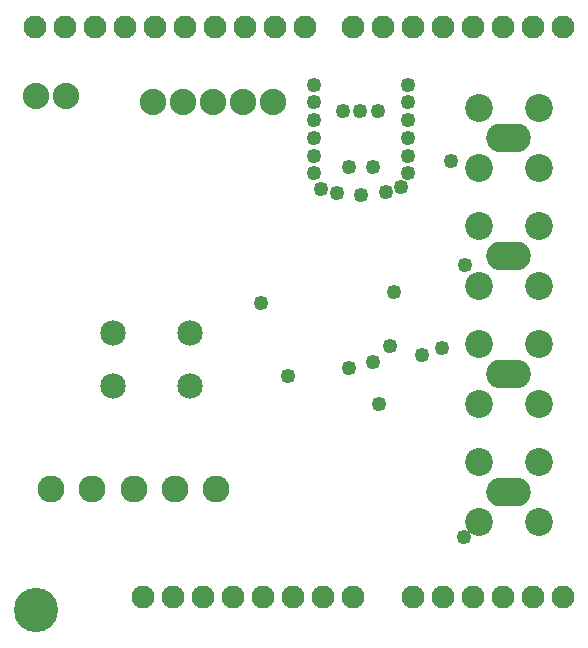
<source format=gbs>
G04 MADE WITH FRITZING*
G04 WWW.FRITZING.ORG*
G04 DOUBLE SIDED*
G04 HOLES PLATED*
G04 CONTOUR ON CENTER OF CONTOUR VECTOR*
%ASAXBY*%
%FSLAX23Y23*%
%MOIN*%
%OFA0B0*%
%SFA1.0B1.0*%
%ADD10C,0.049370*%
%ADD11C,0.090000*%
%ADD12C,0.088000*%
%ADD13C,0.085000*%
%ADD14C,0.092677*%
%ADD15C,0.093071*%
%ADD16C,0.076194*%
%ADD17C,0.076222*%
%ADD18C,0.147795*%
%ADD19C,0.030000*%
%ADD20R,0.001000X0.001000*%
%LNMASK0*%
G90*
G70*
G54D10*
X1134Y891D03*
X1134Y1560D03*
X1212Y910D03*
X1212Y1560D03*
X1330Y1658D03*
X1016Y1599D03*
X1330Y1776D03*
X1016Y1776D03*
X1015Y1835D03*
X1330Y1835D03*
X1039Y1489D03*
X1228Y1749D03*
X1016Y1717D03*
X1169Y1749D03*
X1330Y1540D03*
X1330Y1599D03*
X1016Y1540D03*
X1330Y1717D03*
X1016Y1658D03*
X1114Y1749D03*
X1173Y1469D03*
X1307Y1493D03*
X1256Y1477D03*
X1094Y1473D03*
G54D11*
X140Y487D03*
X277Y487D03*
X415Y487D03*
X553Y487D03*
X691Y487D03*
G54D12*
X90Y1796D03*
X190Y1796D03*
G54D10*
X1268Y965D03*
X1376Y935D03*
X1443Y957D03*
X1282Y1143D03*
X1474Y1581D03*
X1521Y1233D03*
X1516Y329D03*
X838Y1107D03*
X929Y865D03*
X1232Y772D03*
G54D12*
X878Y1776D03*
X778Y1776D03*
X678Y1776D03*
X578Y1776D03*
X478Y1776D03*
G54D13*
X602Y831D03*
X346Y831D03*
X602Y1008D03*
X346Y1008D03*
G54D14*
X1565Y577D03*
G54D15*
X1664Y478D03*
X1565Y377D03*
X1565Y577D03*
X1765Y377D03*
X1765Y577D03*
G54D14*
X1565Y970D03*
G54D15*
X1664Y871D03*
X1565Y771D03*
X1565Y971D03*
X1765Y771D03*
X1765Y971D03*
G54D14*
X1565Y1758D03*
G54D15*
X1664Y1659D03*
X1565Y1558D03*
X1565Y1758D03*
X1765Y1558D03*
X1765Y1758D03*
G54D16*
X1445Y129D03*
X1545Y129D03*
X1645Y129D03*
X1745Y129D03*
X1845Y129D03*
G54D17*
X985Y2029D03*
X885Y2029D03*
X785Y2029D03*
X685Y2029D03*
X585Y2029D03*
X485Y2029D03*
X385Y2029D03*
X285Y2029D03*
X185Y2029D03*
X85Y2029D03*
X1845Y2029D03*
X1745Y2029D03*
X1645Y2029D03*
X1545Y2029D03*
X1445Y2029D03*
X1345Y2029D03*
X1245Y2029D03*
X1145Y2029D03*
G54D16*
X545Y129D03*
X445Y129D03*
X645Y129D03*
X745Y129D03*
X845Y129D03*
X945Y129D03*
X1045Y129D03*
X1145Y129D03*
X1345Y129D03*
G54D14*
X1565Y1364D03*
G54D15*
X1664Y1265D03*
X1565Y1164D03*
X1565Y1364D03*
X1765Y1164D03*
X1765Y1364D03*
G54D18*
X90Y83D03*
G54D19*
G36*
X110Y517D02*
X170Y517D01*
X170Y457D01*
X110Y457D01*
X110Y517D01*
G37*
D02*
G54D20*
X1625Y1704D02*
X1704Y1704D01*
X1621Y1703D02*
X1708Y1703D01*
X1618Y1702D02*
X1711Y1702D01*
X1616Y1701D02*
X1713Y1701D01*
X1614Y1700D02*
X1715Y1700D01*
X1612Y1699D02*
X1717Y1699D01*
X1611Y1698D02*
X1718Y1698D01*
X1609Y1697D02*
X1720Y1697D01*
X1608Y1696D02*
X1721Y1696D01*
X1607Y1695D02*
X1722Y1695D01*
X1606Y1694D02*
X1723Y1694D01*
X1605Y1693D02*
X1724Y1693D01*
X1604Y1692D02*
X1725Y1692D01*
X1603Y1691D02*
X1726Y1691D01*
X1602Y1690D02*
X1727Y1690D01*
X1601Y1689D02*
X1727Y1689D01*
X1601Y1688D02*
X1728Y1688D01*
X1600Y1687D02*
X1729Y1687D01*
X1599Y1686D02*
X1730Y1686D01*
X1599Y1685D02*
X1730Y1685D01*
X1598Y1684D02*
X1731Y1684D01*
X1597Y1683D02*
X1731Y1683D01*
X1597Y1682D02*
X1732Y1682D01*
X1596Y1681D02*
X1732Y1681D01*
X1596Y1680D02*
X1733Y1680D01*
X1595Y1679D02*
X1733Y1679D01*
X1595Y1678D02*
X1660Y1678D01*
X1669Y1678D02*
X1734Y1678D01*
X1595Y1677D02*
X1657Y1677D01*
X1671Y1677D02*
X1734Y1677D01*
X1594Y1676D02*
X1656Y1676D01*
X1673Y1676D02*
X1735Y1676D01*
X1594Y1675D02*
X1654Y1675D01*
X1674Y1675D02*
X1735Y1675D01*
X1594Y1674D02*
X1653Y1674D01*
X1675Y1674D02*
X1735Y1674D01*
X1593Y1673D02*
X1652Y1673D01*
X1676Y1673D02*
X1736Y1673D01*
X1593Y1672D02*
X1652Y1672D01*
X1677Y1672D02*
X1736Y1672D01*
X1593Y1671D02*
X1651Y1671D01*
X1678Y1671D02*
X1736Y1671D01*
X1592Y1670D02*
X1650Y1670D01*
X1678Y1670D02*
X1736Y1670D01*
X1592Y1669D02*
X1650Y1669D01*
X1679Y1669D02*
X1737Y1669D01*
X1592Y1668D02*
X1650Y1668D01*
X1679Y1668D02*
X1737Y1668D01*
X1592Y1667D02*
X1649Y1667D01*
X1680Y1667D02*
X1737Y1667D01*
X1592Y1666D02*
X1649Y1666D01*
X1680Y1666D02*
X1737Y1666D01*
X1592Y1665D02*
X1649Y1665D01*
X1680Y1665D02*
X1737Y1665D01*
X1591Y1664D02*
X1648Y1664D01*
X1680Y1664D02*
X1737Y1664D01*
X1591Y1663D02*
X1648Y1663D01*
X1681Y1663D02*
X1738Y1663D01*
X1591Y1662D02*
X1648Y1662D01*
X1681Y1662D02*
X1738Y1662D01*
X1591Y1661D02*
X1648Y1661D01*
X1681Y1661D02*
X1738Y1661D01*
X1591Y1660D02*
X1648Y1660D01*
X1681Y1660D02*
X1738Y1660D01*
X1591Y1659D02*
X1648Y1659D01*
X1681Y1659D02*
X1738Y1659D01*
X1591Y1658D02*
X1648Y1658D01*
X1681Y1658D02*
X1738Y1658D01*
X1591Y1657D02*
X1648Y1657D01*
X1681Y1657D02*
X1738Y1657D01*
X1591Y1656D02*
X1648Y1656D01*
X1681Y1656D02*
X1738Y1656D01*
X1591Y1655D02*
X1648Y1655D01*
X1681Y1655D02*
X1738Y1655D01*
X1591Y1654D02*
X1648Y1654D01*
X1681Y1654D02*
X1738Y1654D01*
X1591Y1653D02*
X1648Y1653D01*
X1680Y1653D02*
X1737Y1653D01*
X1591Y1652D02*
X1649Y1652D01*
X1680Y1652D02*
X1737Y1652D01*
X1592Y1651D02*
X1649Y1651D01*
X1680Y1651D02*
X1737Y1651D01*
X1592Y1650D02*
X1649Y1650D01*
X1680Y1650D02*
X1737Y1650D01*
X1592Y1649D02*
X1649Y1649D01*
X1679Y1649D02*
X1737Y1649D01*
X1592Y1648D02*
X1650Y1648D01*
X1679Y1648D02*
X1737Y1648D01*
X1592Y1647D02*
X1650Y1647D01*
X1679Y1647D02*
X1736Y1647D01*
X1593Y1646D02*
X1651Y1646D01*
X1678Y1646D02*
X1736Y1646D01*
X1593Y1645D02*
X1651Y1645D01*
X1677Y1645D02*
X1736Y1645D01*
X1593Y1644D02*
X1652Y1644D01*
X1677Y1644D02*
X1736Y1644D01*
X1593Y1643D02*
X1653Y1643D01*
X1676Y1643D02*
X1735Y1643D01*
X1594Y1642D02*
X1654Y1642D01*
X1675Y1642D02*
X1735Y1642D01*
X1594Y1641D02*
X1655Y1641D01*
X1674Y1641D02*
X1735Y1641D01*
X1594Y1640D02*
X1657Y1640D01*
X1672Y1640D02*
X1734Y1640D01*
X1595Y1639D02*
X1659Y1639D01*
X1670Y1639D02*
X1734Y1639D01*
X1595Y1638D02*
X1734Y1638D01*
X1596Y1637D02*
X1733Y1637D01*
X1596Y1636D02*
X1733Y1636D01*
X1597Y1635D02*
X1732Y1635D01*
X1597Y1634D02*
X1732Y1634D01*
X1598Y1633D02*
X1731Y1633D01*
X1598Y1632D02*
X1730Y1632D01*
X1599Y1631D02*
X1730Y1631D01*
X1600Y1630D02*
X1729Y1630D01*
X1600Y1629D02*
X1728Y1629D01*
X1601Y1628D02*
X1728Y1628D01*
X1602Y1627D02*
X1727Y1627D01*
X1603Y1626D02*
X1726Y1626D01*
X1604Y1625D02*
X1725Y1625D01*
X1604Y1624D02*
X1724Y1624D01*
X1605Y1623D02*
X1723Y1623D01*
X1607Y1622D02*
X1722Y1622D01*
X1608Y1621D02*
X1721Y1621D01*
X1609Y1620D02*
X1720Y1620D01*
X1610Y1619D02*
X1719Y1619D01*
X1612Y1618D02*
X1717Y1618D01*
X1613Y1617D02*
X1716Y1617D01*
X1615Y1616D02*
X1714Y1616D01*
X1617Y1615D02*
X1712Y1615D01*
X1619Y1614D02*
X1710Y1614D01*
X1622Y1613D02*
X1706Y1613D01*
X1630Y1612D02*
X1699Y1612D01*
X1623Y1310D02*
X1706Y1310D01*
X1619Y1309D02*
X1709Y1309D01*
X1617Y1308D02*
X1712Y1308D01*
X1615Y1307D02*
X1714Y1307D01*
X1613Y1306D02*
X1716Y1306D01*
X1612Y1305D02*
X1717Y1305D01*
X1610Y1304D02*
X1719Y1304D01*
X1609Y1303D02*
X1720Y1303D01*
X1608Y1302D02*
X1721Y1302D01*
X1607Y1301D02*
X1722Y1301D01*
X1605Y1300D02*
X1723Y1300D01*
X1605Y1299D02*
X1724Y1299D01*
X1604Y1298D02*
X1725Y1298D01*
X1603Y1297D02*
X1726Y1297D01*
X1602Y1296D02*
X1727Y1296D01*
X1601Y1295D02*
X1728Y1295D01*
X1600Y1294D02*
X1728Y1294D01*
X1600Y1293D02*
X1729Y1293D01*
X1599Y1292D02*
X1730Y1292D01*
X1598Y1291D02*
X1730Y1291D01*
X1598Y1290D02*
X1731Y1290D01*
X1597Y1289D02*
X1732Y1289D01*
X1597Y1288D02*
X1732Y1288D01*
X1596Y1287D02*
X1733Y1287D01*
X1596Y1286D02*
X1733Y1286D01*
X1595Y1285D02*
X1734Y1285D01*
X1595Y1284D02*
X1659Y1284D01*
X1670Y1284D02*
X1734Y1284D01*
X1594Y1283D02*
X1657Y1283D01*
X1672Y1283D02*
X1734Y1283D01*
X1594Y1282D02*
X1655Y1282D01*
X1674Y1282D02*
X1735Y1282D01*
X1594Y1281D02*
X1654Y1281D01*
X1675Y1281D02*
X1735Y1281D01*
X1593Y1280D02*
X1653Y1280D01*
X1676Y1280D02*
X1735Y1280D01*
X1593Y1279D02*
X1652Y1279D01*
X1677Y1279D02*
X1736Y1279D01*
X1593Y1278D02*
X1652Y1278D01*
X1677Y1278D02*
X1736Y1278D01*
X1593Y1277D02*
X1651Y1277D01*
X1678Y1277D02*
X1736Y1277D01*
X1592Y1276D02*
X1650Y1276D01*
X1679Y1276D02*
X1736Y1276D01*
X1592Y1275D02*
X1650Y1275D01*
X1679Y1275D02*
X1737Y1275D01*
X1592Y1274D02*
X1649Y1274D01*
X1679Y1274D02*
X1737Y1274D01*
X1592Y1273D02*
X1649Y1273D01*
X1680Y1273D02*
X1737Y1273D01*
X1592Y1272D02*
X1649Y1272D01*
X1680Y1272D02*
X1737Y1272D01*
X1591Y1271D02*
X1649Y1271D01*
X1680Y1271D02*
X1737Y1271D01*
X1591Y1270D02*
X1648Y1270D01*
X1680Y1270D02*
X1737Y1270D01*
X1591Y1269D02*
X1648Y1269D01*
X1681Y1269D02*
X1738Y1269D01*
X1591Y1268D02*
X1648Y1268D01*
X1681Y1268D02*
X1738Y1268D01*
X1591Y1267D02*
X1648Y1267D01*
X1681Y1267D02*
X1738Y1267D01*
X1591Y1266D02*
X1648Y1266D01*
X1681Y1266D02*
X1738Y1266D01*
X1591Y1265D02*
X1648Y1265D01*
X1681Y1265D02*
X1738Y1265D01*
X1591Y1264D02*
X1648Y1264D01*
X1681Y1264D02*
X1738Y1264D01*
X1591Y1263D02*
X1648Y1263D01*
X1681Y1263D02*
X1738Y1263D01*
X1591Y1262D02*
X1648Y1262D01*
X1681Y1262D02*
X1738Y1262D01*
X1591Y1261D02*
X1648Y1261D01*
X1681Y1261D02*
X1738Y1261D01*
X1591Y1260D02*
X1648Y1260D01*
X1681Y1260D02*
X1738Y1260D01*
X1591Y1259D02*
X1648Y1259D01*
X1680Y1259D02*
X1737Y1259D01*
X1592Y1258D02*
X1649Y1258D01*
X1680Y1258D02*
X1737Y1258D01*
X1592Y1257D02*
X1649Y1257D01*
X1680Y1257D02*
X1737Y1257D01*
X1592Y1256D02*
X1649Y1256D01*
X1680Y1256D02*
X1737Y1256D01*
X1592Y1255D02*
X1650Y1255D01*
X1679Y1255D02*
X1737Y1255D01*
X1592Y1254D02*
X1650Y1254D01*
X1679Y1254D02*
X1737Y1254D01*
X1592Y1253D02*
X1650Y1253D01*
X1678Y1253D02*
X1736Y1253D01*
X1593Y1252D02*
X1651Y1252D01*
X1678Y1252D02*
X1736Y1252D01*
X1593Y1251D02*
X1652Y1251D01*
X1677Y1251D02*
X1736Y1251D01*
X1593Y1250D02*
X1652Y1250D01*
X1676Y1250D02*
X1736Y1250D01*
X1594Y1249D02*
X1653Y1249D01*
X1675Y1249D02*
X1735Y1249D01*
X1594Y1248D02*
X1654Y1248D01*
X1674Y1248D02*
X1735Y1248D01*
X1594Y1247D02*
X1656Y1247D01*
X1673Y1247D02*
X1735Y1247D01*
X1595Y1246D02*
X1657Y1246D01*
X1672Y1246D02*
X1734Y1246D01*
X1595Y1245D02*
X1660Y1245D01*
X1669Y1245D02*
X1734Y1245D01*
X1595Y1244D02*
X1733Y1244D01*
X1596Y1243D02*
X1733Y1243D01*
X1596Y1242D02*
X1732Y1242D01*
X1597Y1241D02*
X1732Y1241D01*
X1597Y1240D02*
X1731Y1240D01*
X1598Y1239D02*
X1731Y1239D01*
X1599Y1238D02*
X1730Y1238D01*
X1599Y1237D02*
X1730Y1237D01*
X1600Y1236D02*
X1729Y1236D01*
X1601Y1235D02*
X1728Y1235D01*
X1601Y1234D02*
X1727Y1234D01*
X1602Y1233D02*
X1727Y1233D01*
X1603Y1232D02*
X1726Y1232D01*
X1604Y1231D02*
X1725Y1231D01*
X1605Y1230D02*
X1724Y1230D01*
X1606Y1229D02*
X1723Y1229D01*
X1607Y1228D02*
X1722Y1228D01*
X1608Y1227D02*
X1721Y1227D01*
X1609Y1226D02*
X1720Y1226D01*
X1611Y1225D02*
X1718Y1225D01*
X1612Y1224D02*
X1717Y1224D01*
X1614Y1223D02*
X1715Y1223D01*
X1616Y1222D02*
X1713Y1222D01*
X1618Y1221D02*
X1711Y1221D01*
X1620Y1220D02*
X1708Y1220D01*
X1624Y1219D02*
X1705Y1219D01*
X1626Y917D02*
X1703Y917D01*
X1621Y916D02*
X1707Y916D01*
X1618Y915D02*
X1710Y915D01*
X1616Y914D02*
X1713Y914D01*
X1614Y913D02*
X1715Y913D01*
X1613Y912D02*
X1716Y912D01*
X1611Y911D02*
X1718Y911D01*
X1610Y910D02*
X1719Y910D01*
X1608Y909D02*
X1720Y909D01*
X1607Y908D02*
X1722Y908D01*
X1606Y907D02*
X1723Y907D01*
X1605Y906D02*
X1724Y906D01*
X1604Y905D02*
X1725Y905D01*
X1603Y904D02*
X1726Y904D01*
X1602Y903D02*
X1726Y903D01*
X1602Y902D02*
X1727Y902D01*
X1601Y901D02*
X1728Y901D01*
X1600Y900D02*
X1729Y900D01*
X1599Y899D02*
X1729Y899D01*
X1599Y898D02*
X1730Y898D01*
X1598Y897D02*
X1731Y897D01*
X1598Y896D02*
X1731Y896D01*
X1597Y895D02*
X1732Y895D01*
X1597Y894D02*
X1732Y894D01*
X1596Y893D02*
X1733Y893D01*
X1596Y892D02*
X1733Y892D01*
X1595Y891D02*
X1661Y891D01*
X1667Y891D02*
X1734Y891D01*
X1595Y890D02*
X1658Y890D01*
X1671Y890D02*
X1734Y890D01*
X1594Y889D02*
X1656Y889D01*
X1673Y889D02*
X1734Y889D01*
X1594Y888D02*
X1655Y888D01*
X1674Y888D02*
X1735Y888D01*
X1594Y887D02*
X1654Y887D01*
X1675Y887D02*
X1735Y887D01*
X1593Y886D02*
X1653Y886D01*
X1676Y886D02*
X1735Y886D01*
X1593Y885D02*
X1652Y885D01*
X1677Y885D02*
X1736Y885D01*
X1593Y884D02*
X1651Y884D01*
X1678Y884D02*
X1736Y884D01*
X1593Y883D02*
X1651Y883D01*
X1678Y883D02*
X1736Y883D01*
X1592Y882D02*
X1650Y882D01*
X1679Y882D02*
X1737Y882D01*
X1592Y881D02*
X1650Y881D01*
X1679Y881D02*
X1737Y881D01*
X1592Y880D02*
X1649Y880D01*
X1679Y880D02*
X1737Y880D01*
X1592Y879D02*
X1649Y879D01*
X1680Y879D02*
X1737Y879D01*
X1592Y878D02*
X1649Y878D01*
X1680Y878D02*
X1737Y878D01*
X1591Y877D02*
X1649Y877D01*
X1680Y877D02*
X1737Y877D01*
X1591Y876D02*
X1648Y876D01*
X1681Y876D02*
X1738Y876D01*
X1591Y875D02*
X1648Y875D01*
X1681Y875D02*
X1738Y875D01*
X1591Y874D02*
X1648Y874D01*
X1681Y874D02*
X1738Y874D01*
X1591Y873D02*
X1648Y873D01*
X1681Y873D02*
X1738Y873D01*
X1591Y872D02*
X1648Y872D01*
X1681Y872D02*
X1738Y872D01*
X1591Y871D02*
X1648Y871D01*
X1681Y871D02*
X1738Y871D01*
X1591Y870D02*
X1648Y870D01*
X1681Y870D02*
X1738Y870D01*
X1591Y869D02*
X1648Y869D01*
X1681Y869D02*
X1738Y869D01*
X1591Y868D02*
X1648Y868D01*
X1681Y868D02*
X1738Y868D01*
X1591Y867D02*
X1648Y867D01*
X1681Y867D02*
X1738Y867D01*
X1591Y866D02*
X1648Y866D01*
X1681Y866D02*
X1738Y866D01*
X1591Y865D02*
X1649Y865D01*
X1680Y865D02*
X1737Y865D01*
X1592Y864D02*
X1649Y864D01*
X1680Y864D02*
X1737Y864D01*
X1592Y863D02*
X1649Y863D01*
X1680Y863D02*
X1737Y863D01*
X1592Y862D02*
X1649Y862D01*
X1679Y862D02*
X1737Y862D01*
X1592Y861D02*
X1650Y861D01*
X1679Y861D02*
X1737Y861D01*
X1592Y860D02*
X1650Y860D01*
X1679Y860D02*
X1737Y860D01*
X1593Y859D02*
X1651Y859D01*
X1678Y859D02*
X1736Y859D01*
X1593Y858D02*
X1651Y858D01*
X1678Y858D02*
X1736Y858D01*
X1593Y857D02*
X1652Y857D01*
X1677Y857D02*
X1736Y857D01*
X1593Y856D02*
X1653Y856D01*
X1676Y856D02*
X1735Y856D01*
X1594Y855D02*
X1654Y855D01*
X1675Y855D02*
X1735Y855D01*
X1594Y854D02*
X1655Y854D01*
X1674Y854D02*
X1735Y854D01*
X1594Y853D02*
X1656Y853D01*
X1673Y853D02*
X1734Y853D01*
X1595Y852D02*
X1658Y852D01*
X1671Y852D02*
X1734Y852D01*
X1595Y851D02*
X1661Y851D01*
X1667Y851D02*
X1734Y851D01*
X1596Y850D02*
X1733Y850D01*
X1596Y849D02*
X1733Y849D01*
X1597Y848D02*
X1732Y848D01*
X1597Y847D02*
X1732Y847D01*
X1598Y846D02*
X1731Y846D01*
X1598Y845D02*
X1731Y845D01*
X1599Y844D02*
X1730Y844D01*
X1599Y843D02*
X1729Y843D01*
X1600Y842D02*
X1729Y842D01*
X1601Y841D02*
X1728Y841D01*
X1602Y840D02*
X1727Y840D01*
X1602Y839D02*
X1726Y839D01*
X1603Y838D02*
X1726Y838D01*
X1604Y837D02*
X1725Y837D01*
X1605Y836D02*
X1724Y836D01*
X1606Y835D02*
X1723Y835D01*
X1607Y834D02*
X1722Y834D01*
X1608Y833D02*
X1720Y833D01*
X1610Y832D02*
X1719Y832D01*
X1611Y831D02*
X1718Y831D01*
X1613Y830D02*
X1716Y830D01*
X1614Y829D02*
X1714Y829D01*
X1616Y828D02*
X1713Y828D01*
X1618Y827D02*
X1710Y827D01*
X1622Y826D02*
X1707Y826D01*
X1626Y825D02*
X1703Y825D01*
X1624Y523D02*
X1705Y523D01*
X1620Y522D02*
X1708Y522D01*
X1618Y521D02*
X1711Y521D01*
X1615Y520D02*
X1713Y520D01*
X1614Y519D02*
X1715Y519D01*
X1612Y518D02*
X1717Y518D01*
X1611Y517D02*
X1718Y517D01*
X1609Y516D02*
X1720Y516D01*
X1608Y515D02*
X1721Y515D01*
X1607Y514D02*
X1722Y514D01*
X1606Y513D02*
X1723Y513D01*
X1605Y512D02*
X1724Y512D01*
X1604Y511D02*
X1725Y511D01*
X1603Y510D02*
X1726Y510D01*
X1602Y509D02*
X1727Y509D01*
X1601Y508D02*
X1727Y508D01*
X1601Y507D02*
X1728Y507D01*
X1600Y506D02*
X1729Y506D01*
X1599Y505D02*
X1730Y505D01*
X1599Y504D02*
X1730Y504D01*
X1598Y503D02*
X1731Y503D01*
X1597Y502D02*
X1731Y502D01*
X1597Y501D02*
X1732Y501D01*
X1596Y500D02*
X1732Y500D01*
X1596Y499D02*
X1733Y499D01*
X1595Y498D02*
X1733Y498D01*
X1595Y497D02*
X1660Y497D01*
X1669Y497D02*
X1734Y497D01*
X1595Y496D02*
X1657Y496D01*
X1672Y496D02*
X1734Y496D01*
X1594Y495D02*
X1656Y495D01*
X1673Y495D02*
X1735Y495D01*
X1594Y494D02*
X1654Y494D01*
X1674Y494D02*
X1735Y494D01*
X1594Y493D02*
X1653Y493D01*
X1675Y493D02*
X1735Y493D01*
X1593Y492D02*
X1652Y492D01*
X1676Y492D02*
X1736Y492D01*
X1593Y491D02*
X1652Y491D01*
X1677Y491D02*
X1736Y491D01*
X1593Y490D02*
X1651Y490D01*
X1678Y490D02*
X1736Y490D01*
X1592Y489D02*
X1650Y489D01*
X1678Y489D02*
X1736Y489D01*
X1592Y488D02*
X1650Y488D01*
X1679Y488D02*
X1737Y488D01*
X1592Y487D02*
X1650Y487D01*
X1679Y487D02*
X1737Y487D01*
X1592Y486D02*
X1649Y486D01*
X1680Y486D02*
X1737Y486D01*
X1592Y485D02*
X1649Y485D01*
X1680Y485D02*
X1737Y485D01*
X1592Y484D02*
X1649Y484D01*
X1680Y484D02*
X1737Y484D01*
X1591Y483D02*
X1648Y483D01*
X1680Y483D02*
X1737Y483D01*
X1591Y482D02*
X1648Y482D01*
X1681Y482D02*
X1738Y482D01*
X1591Y481D02*
X1648Y481D01*
X1681Y481D02*
X1738Y481D01*
X1591Y480D02*
X1648Y480D01*
X1681Y480D02*
X1738Y480D01*
X1591Y479D02*
X1648Y479D01*
X1681Y479D02*
X1738Y479D01*
X1591Y478D02*
X1648Y478D01*
X1681Y478D02*
X1738Y478D01*
X1591Y477D02*
X1648Y477D01*
X1681Y477D02*
X1738Y477D01*
X1591Y476D02*
X1648Y476D01*
X1681Y476D02*
X1738Y476D01*
X1591Y475D02*
X1648Y475D01*
X1681Y475D02*
X1738Y475D01*
X1591Y474D02*
X1648Y474D01*
X1681Y474D02*
X1738Y474D01*
X1591Y473D02*
X1648Y473D01*
X1681Y473D02*
X1738Y473D01*
X1591Y472D02*
X1648Y472D01*
X1680Y472D02*
X1737Y472D01*
X1591Y471D02*
X1649Y471D01*
X1680Y471D02*
X1737Y471D01*
X1592Y470D02*
X1649Y470D01*
X1680Y470D02*
X1737Y470D01*
X1592Y469D02*
X1649Y469D01*
X1680Y469D02*
X1737Y469D01*
X1592Y468D02*
X1649Y468D01*
X1679Y468D02*
X1737Y468D01*
X1592Y467D02*
X1650Y467D01*
X1679Y467D02*
X1737Y467D01*
X1592Y466D02*
X1650Y466D01*
X1679Y466D02*
X1736Y466D01*
X1593Y465D02*
X1651Y465D01*
X1678Y465D02*
X1736Y465D01*
X1593Y464D02*
X1652Y464D01*
X1677Y464D02*
X1736Y464D01*
X1593Y463D02*
X1652Y463D01*
X1677Y463D02*
X1736Y463D01*
X1593Y462D02*
X1653Y462D01*
X1676Y462D02*
X1735Y462D01*
X1594Y461D02*
X1654Y461D01*
X1675Y461D02*
X1735Y461D01*
X1594Y460D02*
X1655Y460D01*
X1674Y460D02*
X1735Y460D01*
X1594Y459D02*
X1657Y459D01*
X1672Y459D02*
X1734Y459D01*
X1595Y458D02*
X1659Y458D01*
X1670Y458D02*
X1734Y458D01*
X1595Y457D02*
X1734Y457D01*
X1596Y456D02*
X1733Y456D01*
X1596Y455D02*
X1733Y455D01*
X1597Y454D02*
X1732Y454D01*
X1597Y453D02*
X1732Y453D01*
X1598Y452D02*
X1731Y452D01*
X1598Y451D02*
X1730Y451D01*
X1599Y450D02*
X1730Y450D01*
X1600Y449D02*
X1729Y449D01*
X1600Y448D02*
X1728Y448D01*
X1601Y447D02*
X1728Y447D01*
X1602Y446D02*
X1727Y446D01*
X1603Y445D02*
X1726Y445D01*
X1604Y444D02*
X1725Y444D01*
X1605Y443D02*
X1724Y443D01*
X1605Y442D02*
X1723Y442D01*
X1607Y441D02*
X1722Y441D01*
X1608Y440D02*
X1721Y440D01*
X1609Y439D02*
X1720Y439D01*
X1610Y438D02*
X1719Y438D01*
X1612Y437D02*
X1717Y437D01*
X1613Y436D02*
X1716Y436D01*
X1615Y435D02*
X1714Y435D01*
X1617Y434D02*
X1712Y434D01*
X1619Y433D02*
X1709Y433D01*
X1623Y432D02*
X1706Y432D01*
D02*
G04 End of Mask0*
M02*
</source>
